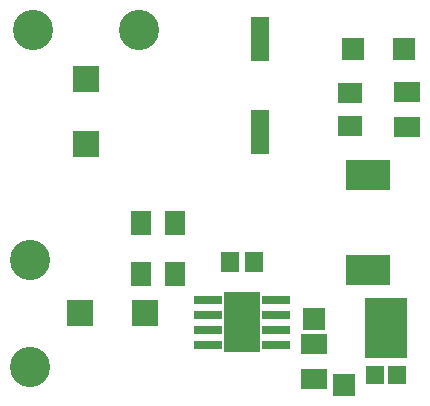
<source format=gts>
G75*
%MOIN*%
%OFA0B0*%
%FSLAX24Y24*%
%IPPOS*%
%LPD*%
%AMOC8*
5,1,8,0,0,1.08239X$1,22.5*
%
%ADD10R,0.0867X0.0671*%
%ADD11R,0.0592X0.0710*%
%ADD12R,0.0907X0.0907*%
%ADD13C,0.1340*%
%ADD14R,0.0710X0.0790*%
%ADD15R,0.0790X0.0710*%
%ADD16R,0.1237X0.2005*%
%ADD17R,0.0926X0.0257*%
%ADD18R,0.1403X0.1993*%
%ADD19R,0.0631X0.0627*%
%ADD20R,0.1497X0.0986*%
%ADD21R,0.0592X0.1497*%
%ADD22R,0.0730X0.0730*%
D10*
X013383Y001189D03*
X013383Y002371D03*
X016483Y009589D03*
X016483Y010771D03*
D11*
X011377Y005080D03*
X010589Y005080D03*
D12*
X007748Y003380D03*
X005583Y003380D03*
X005783Y009015D03*
X005783Y011180D03*
D13*
X003930Y001608D03*
X003930Y005152D03*
X004011Y012834D03*
X007555Y012834D03*
D14*
X007623Y006380D03*
X008743Y006380D03*
X008743Y004680D03*
X007623Y004680D03*
D15*
X014583Y009620D03*
X014583Y010740D03*
D16*
X010983Y003080D03*
D17*
X009851Y002830D03*
X009851Y002330D03*
X009851Y003330D03*
X009851Y003830D03*
X012115Y003830D03*
X012115Y003330D03*
X012115Y002830D03*
X012115Y002330D03*
D18*
X015783Y002880D03*
D19*
X015421Y001312D03*
X016145Y001312D03*
D20*
X015183Y004811D03*
X015183Y007980D03*
D21*
X011583Y009435D03*
X011583Y012535D03*
D22*
X014683Y012180D03*
X016383Y012180D03*
X013383Y003180D03*
X014383Y000980D03*
M02*

</source>
